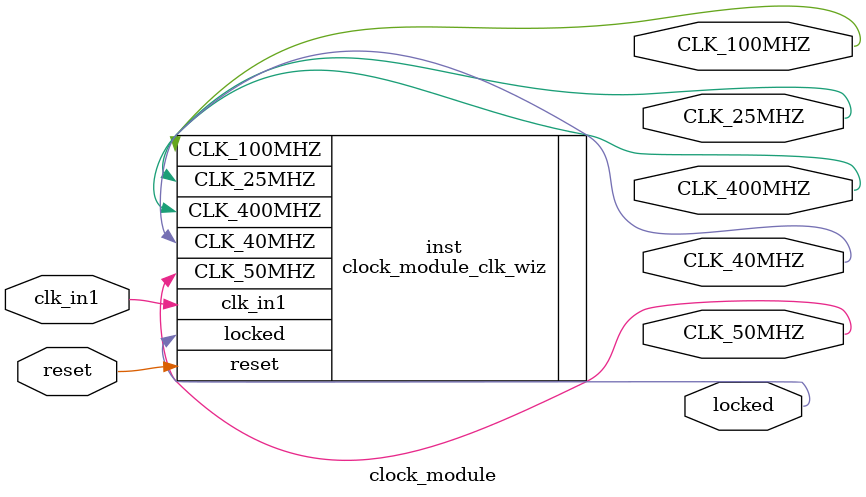
<source format=v>


`timescale 1ps/1ps

(* CORE_GENERATION_INFO = "clock_module,clk_wiz_v6_0_13_0_0,{component_name=clock_module,use_phase_alignment=true,use_min_o_jitter=false,use_max_i_jitter=false,use_dyn_phase_shift=false,use_inclk_switchover=false,use_dyn_reconfig=false,enable_axi=0,feedback_source=FDBK_AUTO,PRIMITIVE=PLL,num_out_clk=5,clkin1_period=10.000,clkin2_period=10.000,use_power_down=false,use_reset=true,use_locked=true,use_inclk_stopped=false,feedback_type=SINGLE,CLOCK_MGR_TYPE=NA,manual_override=false}" *)

module clock_module 
 (
  // Clock out ports
  output        CLK_400MHZ,
  output        CLK_100MHZ,
  output        CLK_50MHZ,
  output        CLK_40MHZ,
  output        CLK_25MHZ,
  // Status and control signals
  input         reset,
  output        locked,
 // Clock in ports
  input         clk_in1
 );

  clock_module_clk_wiz inst
  (
  // Clock out ports  
  .CLK_400MHZ(CLK_400MHZ),
  .CLK_100MHZ(CLK_100MHZ),
  .CLK_50MHZ(CLK_50MHZ),
  .CLK_40MHZ(CLK_40MHZ),
  .CLK_25MHZ(CLK_25MHZ),
  // Status and control signals               
  .reset(reset), 
  .locked(locked),
 // Clock in ports
  .clk_in1(clk_in1)
  );

endmodule

</source>
